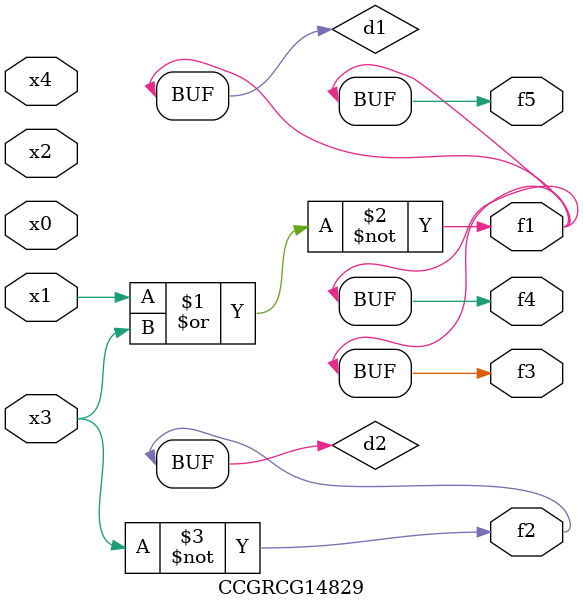
<source format=v>
module CCGRCG14829(
	input x0, x1, x2, x3, x4,
	output f1, f2, f3, f4, f5
);

	wire d1, d2;

	nor (d1, x1, x3);
	not (d2, x3);
	assign f1 = d1;
	assign f2 = d2;
	assign f3 = d1;
	assign f4 = d1;
	assign f5 = d1;
endmodule

</source>
